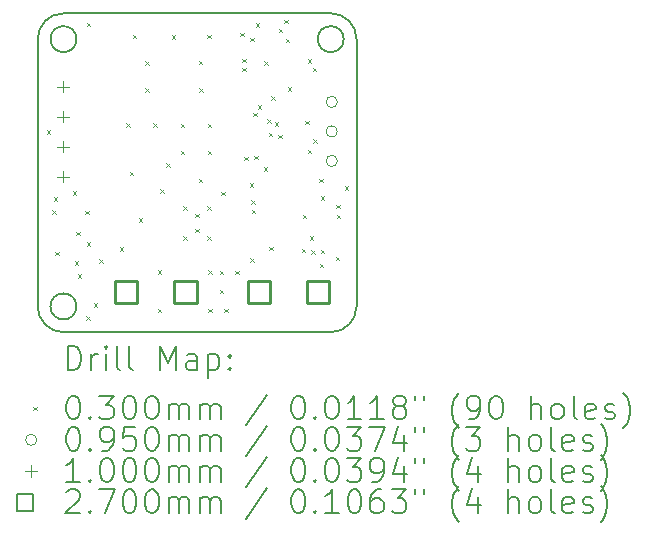
<source format=gbr>
%TF.GenerationSoftware,KiCad,Pcbnew,7.0.7*%
%TF.CreationDate,2024-03-10T21:17:56-05:00*%
%TF.ProjectId,squirrelbrain,73717569-7272-4656-9c62-7261696e2e6b,1*%
%TF.SameCoordinates,Original*%
%TF.FileFunction,Drillmap*%
%TF.FilePolarity,Positive*%
%FSLAX45Y45*%
G04 Gerber Fmt 4.5, Leading zero omitted, Abs format (unit mm)*
G04 Created by KiCad (PCBNEW 7.0.7) date 2024-03-10 21:17:56*
%MOMM*%
%LPD*%
G01*
G04 APERTURE LIST*
%ADD10C,0.150000*%
%ADD11C,0.200000*%
%ADD12C,0.030000*%
%ADD13C,0.095000*%
%ADD14C,0.100000*%
%ADD15C,0.270000*%
G04 APERTURE END LIST*
D10*
X6350000Y-6131371D02*
X6350000Y-3868629D01*
X6241371Y-3868629D02*
G75*
G03*
X6241371Y-3868629I-110000J0D01*
G01*
X3650000Y-6131371D02*
G75*
G03*
X3868629Y-6350000I218630J1D01*
G01*
X3868629Y-3650000D02*
G75*
G03*
X3650000Y-3868629I1J-218630D01*
G01*
X6131371Y-3650000D02*
X3868629Y-3650000D01*
X6131371Y-6350000D02*
G75*
G03*
X6350000Y-6131371I-1J218630D01*
G01*
X3978629Y-3868629D02*
G75*
G03*
X3978629Y-3868629I-110000J0D01*
G01*
X3868629Y-6350000D02*
X6131371Y-6350000D01*
X3650000Y-3868629D02*
X3650000Y-6131371D01*
X6350000Y-3868629D02*
G75*
G03*
X6131371Y-3650000I-218630J-1D01*
G01*
X3978629Y-6131371D02*
G75*
G03*
X3978629Y-6131371I-110000J0D01*
G01*
D11*
D12*
X3727500Y-4640000D02*
X3757500Y-4670000D01*
X3757500Y-4640000D02*
X3727500Y-4670000D01*
X3775000Y-5315000D02*
X3805000Y-5345000D01*
X3805000Y-5315000D02*
X3775000Y-5345000D01*
X3787500Y-5207500D02*
X3817500Y-5237500D01*
X3817500Y-5207500D02*
X3787500Y-5237500D01*
X3800000Y-5670000D02*
X3830000Y-5700000D01*
X3830000Y-5670000D02*
X3800000Y-5700000D01*
X3947500Y-5157500D02*
X3977500Y-5187500D01*
X3977500Y-5157500D02*
X3947500Y-5187500D01*
X3965000Y-5750000D02*
X3995000Y-5780000D01*
X3995000Y-5750000D02*
X3965000Y-5780000D01*
X3975000Y-5500000D02*
X4005000Y-5530000D01*
X4005000Y-5500000D02*
X3975000Y-5530000D01*
X3990000Y-5860000D02*
X4020000Y-5890000D01*
X4020000Y-5860000D02*
X3990000Y-5890000D01*
X4055000Y-5320000D02*
X4085000Y-5350000D01*
X4085000Y-5320000D02*
X4055000Y-5350000D01*
X4062609Y-6212391D02*
X4092609Y-6242391D01*
X4092609Y-6212391D02*
X4062609Y-6242391D01*
X4065000Y-3730000D02*
X4095000Y-3760000D01*
X4095000Y-3730000D02*
X4065000Y-3760000D01*
X4065000Y-5590000D02*
X4095000Y-5620000D01*
X4095000Y-5590000D02*
X4065000Y-5620000D01*
X4124950Y-6102609D02*
X4154950Y-6132609D01*
X4154950Y-6102609D02*
X4124950Y-6132609D01*
X4170000Y-5730000D02*
X4200000Y-5760000D01*
X4200000Y-5730000D02*
X4170000Y-5760000D01*
X4345000Y-5630000D02*
X4375000Y-5660000D01*
X4375000Y-5630000D02*
X4345000Y-5660000D01*
X4400000Y-4580000D02*
X4430000Y-4610000D01*
X4430000Y-4580000D02*
X4400000Y-4610000D01*
X4430000Y-4990000D02*
X4460000Y-5020000D01*
X4460000Y-4990000D02*
X4430000Y-5020000D01*
X4455000Y-3830000D02*
X4485000Y-3860000D01*
X4485000Y-3830000D02*
X4455000Y-3860000D01*
X4505000Y-5385000D02*
X4535000Y-5415000D01*
X4535000Y-5385000D02*
X4505000Y-5415000D01*
X4560000Y-4055000D02*
X4590000Y-4085000D01*
X4590000Y-4055000D02*
X4560000Y-4085000D01*
X4560000Y-4285000D02*
X4590000Y-4315000D01*
X4590000Y-4285000D02*
X4560000Y-4315000D01*
X4630000Y-4580000D02*
X4660000Y-4610000D01*
X4660000Y-4580000D02*
X4630000Y-4610000D01*
X4665000Y-5825000D02*
X4695000Y-5855000D01*
X4695000Y-5825000D02*
X4665000Y-5855000D01*
X4665000Y-6150000D02*
X4695000Y-6180000D01*
X4695000Y-6150000D02*
X4665000Y-6180000D01*
X4690000Y-5140000D02*
X4720000Y-5170000D01*
X4720000Y-5140000D02*
X4690000Y-5170000D01*
X4736925Y-4918075D02*
X4766925Y-4948075D01*
X4766925Y-4918075D02*
X4736925Y-4948075D01*
X4785000Y-3835000D02*
X4815000Y-3865000D01*
X4815000Y-3835000D02*
X4785000Y-3865000D01*
X4860000Y-4585000D02*
X4890000Y-4615000D01*
X4890000Y-4585000D02*
X4860000Y-4615000D01*
X4860000Y-4815000D02*
X4890000Y-4845000D01*
X4890000Y-4815000D02*
X4860000Y-4845000D01*
X4885000Y-5285000D02*
X4915000Y-5315000D01*
X4915000Y-5285000D02*
X4885000Y-5315000D01*
X4885000Y-5535000D02*
X4915000Y-5565000D01*
X4915000Y-5535000D02*
X4885000Y-5565000D01*
X4985000Y-5345000D02*
X5015000Y-5375000D01*
X5015000Y-5345000D02*
X4985000Y-5375000D01*
X4985000Y-5475000D02*
X5015000Y-5505000D01*
X5015000Y-5475000D02*
X4985000Y-5505000D01*
X5015000Y-4050000D02*
X5045000Y-4080000D01*
X5045000Y-4050000D02*
X5015000Y-4080000D01*
X5015000Y-5050000D02*
X5045000Y-5080000D01*
X5045000Y-5050000D02*
X5015000Y-5080000D01*
X5020000Y-4285000D02*
X5050000Y-4315000D01*
X5050000Y-4285000D02*
X5020000Y-4315000D01*
X5085000Y-3830000D02*
X5115000Y-3860000D01*
X5115000Y-3830000D02*
X5085000Y-3860000D01*
X5085000Y-5285000D02*
X5115000Y-5315000D01*
X5115000Y-5285000D02*
X5085000Y-5315000D01*
X5085000Y-5535000D02*
X5115000Y-5565000D01*
X5115000Y-5535000D02*
X5085000Y-5565000D01*
X5090000Y-4585000D02*
X5120000Y-4615000D01*
X5120000Y-4585000D02*
X5090000Y-4615000D01*
X5090000Y-4815000D02*
X5120000Y-4845000D01*
X5120000Y-4815000D02*
X5090000Y-4845000D01*
X5095000Y-5825000D02*
X5125000Y-5855000D01*
X5125000Y-5825000D02*
X5095000Y-5855000D01*
X5095000Y-6150000D02*
X5125000Y-6180000D01*
X5125000Y-6150000D02*
X5095000Y-6180000D01*
X5190000Y-5830000D02*
X5220000Y-5860000D01*
X5220000Y-5830000D02*
X5190000Y-5860000D01*
X5190000Y-5990000D02*
X5220000Y-6020000D01*
X5220000Y-5990000D02*
X5190000Y-6020000D01*
X5205000Y-5160000D02*
X5235000Y-5190000D01*
X5235000Y-5160000D02*
X5205000Y-5190000D01*
X5230000Y-6150000D02*
X5260000Y-6180000D01*
X5260000Y-6150000D02*
X5230000Y-6180000D01*
X5325000Y-5830000D02*
X5355000Y-5860000D01*
X5355000Y-5830000D02*
X5325000Y-5860000D01*
X5365000Y-3815000D02*
X5395000Y-3845000D01*
X5395000Y-3815000D02*
X5365000Y-3845000D01*
X5380000Y-4035000D02*
X5410000Y-4065000D01*
X5410000Y-4035000D02*
X5380000Y-4065000D01*
X5380000Y-4112500D02*
X5410000Y-4142500D01*
X5410000Y-4112500D02*
X5380000Y-4142500D01*
X5397500Y-4865000D02*
X5427500Y-4895000D01*
X5427500Y-4865000D02*
X5397500Y-4895000D01*
X5445000Y-5090000D02*
X5475000Y-5120000D01*
X5475000Y-5090000D02*
X5445000Y-5120000D01*
X5450000Y-3855000D02*
X5480000Y-3885000D01*
X5480000Y-3855000D02*
X5450000Y-3885000D01*
X5450000Y-5725000D02*
X5480000Y-5755000D01*
X5480000Y-5725000D02*
X5450000Y-5755000D01*
X5460000Y-5232500D02*
X5490000Y-5262500D01*
X5490000Y-5232500D02*
X5460000Y-5262500D01*
X5462500Y-5312500D02*
X5492500Y-5342500D01*
X5492500Y-5312500D02*
X5462500Y-5342500D01*
X5477500Y-4492500D02*
X5507500Y-4522500D01*
X5507500Y-4492500D02*
X5477500Y-4522500D01*
X5485000Y-4855000D02*
X5515000Y-4885000D01*
X5515000Y-4855000D02*
X5485000Y-4885000D01*
X5495000Y-3735000D02*
X5525000Y-3765000D01*
X5525000Y-3735000D02*
X5495000Y-3765000D01*
X5512500Y-4430000D02*
X5542500Y-4460000D01*
X5542500Y-4430000D02*
X5512500Y-4460000D01*
X5565000Y-4955000D02*
X5595000Y-4985000D01*
X5595000Y-4955000D02*
X5565000Y-4985000D01*
X5567500Y-4055000D02*
X5597500Y-4085000D01*
X5597500Y-4055000D02*
X5567500Y-4085000D01*
X5592500Y-4547500D02*
X5622500Y-4577500D01*
X5622500Y-4547500D02*
X5592500Y-4577500D01*
X5605000Y-4662500D02*
X5635000Y-4692500D01*
X5635000Y-4662500D02*
X5605000Y-4692500D01*
X5610000Y-5625000D02*
X5640000Y-5655000D01*
X5640000Y-5625000D02*
X5610000Y-5655000D01*
X5627500Y-4352500D02*
X5657500Y-4382500D01*
X5657500Y-4352500D02*
X5627500Y-4382500D01*
X5656250Y-4571250D02*
X5686250Y-4601250D01*
X5686250Y-4571250D02*
X5656250Y-4601250D01*
X5687500Y-4677500D02*
X5717500Y-4707500D01*
X5717500Y-4677500D02*
X5687500Y-4707500D01*
X5690000Y-3780000D02*
X5720000Y-3810000D01*
X5720000Y-3780000D02*
X5690000Y-3810000D01*
X5740000Y-3705000D02*
X5770000Y-3735000D01*
X5770000Y-3705000D02*
X5740000Y-3735000D01*
X5750000Y-3865000D02*
X5780000Y-3895000D01*
X5780000Y-3865000D02*
X5750000Y-3895000D01*
X5767500Y-4277500D02*
X5797500Y-4307500D01*
X5797500Y-4277500D02*
X5767500Y-4307500D01*
X5885000Y-5645000D02*
X5915000Y-5675000D01*
X5915000Y-5645000D02*
X5885000Y-5675000D01*
X5895000Y-5355000D02*
X5925000Y-5385000D01*
X5925000Y-5355000D02*
X5895000Y-5385000D01*
X5917500Y-4557500D02*
X5947500Y-4587500D01*
X5947500Y-4557500D02*
X5917500Y-4587500D01*
X5935000Y-4040000D02*
X5965000Y-4070000D01*
X5965000Y-4040000D02*
X5935000Y-4070000D01*
X5937500Y-4805000D02*
X5967500Y-4835000D01*
X5967500Y-4805000D02*
X5937500Y-4835000D01*
X5955000Y-5535000D02*
X5985000Y-5565000D01*
X5985000Y-5535000D02*
X5955000Y-5565000D01*
X5965000Y-5655000D02*
X5995000Y-5685000D01*
X5995000Y-5655000D02*
X5965000Y-5685000D01*
X5980000Y-4110000D02*
X6010000Y-4140000D01*
X6010000Y-4110000D02*
X5980000Y-4140000D01*
X5985000Y-4715000D02*
X6015000Y-4745000D01*
X6015000Y-4715000D02*
X5985000Y-4745000D01*
X6035000Y-5050000D02*
X6065000Y-5080000D01*
X6065000Y-5050000D02*
X6035000Y-5080000D01*
X6040000Y-5770000D02*
X6070000Y-5800000D01*
X6070000Y-5770000D02*
X6040000Y-5800000D01*
X6045000Y-5200000D02*
X6075000Y-5230000D01*
X6075000Y-5200000D02*
X6045000Y-5230000D01*
X6045000Y-5650000D02*
X6075000Y-5680000D01*
X6075000Y-5650000D02*
X6045000Y-5680000D01*
X6175000Y-5710000D02*
X6205000Y-5740000D01*
X6205000Y-5710000D02*
X6175000Y-5740000D01*
X6180000Y-5270000D02*
X6210000Y-5300000D01*
X6210000Y-5270000D02*
X6180000Y-5300000D01*
X6182500Y-5355000D02*
X6212500Y-5385000D01*
X6212500Y-5355000D02*
X6182500Y-5385000D01*
X6250000Y-5115000D02*
X6280000Y-5145000D01*
X6280000Y-5115000D02*
X6250000Y-5145000D01*
D13*
X6187500Y-4400000D02*
G75*
G03*
X6187500Y-4400000I-47500J0D01*
G01*
X6187500Y-4650000D02*
G75*
G03*
X6187500Y-4650000I-47500J0D01*
G01*
X6187500Y-4900000D02*
G75*
G03*
X6187500Y-4900000I-47500J0D01*
G01*
D14*
X3865000Y-4220000D02*
X3865000Y-4320000D01*
X3815000Y-4270000D02*
X3915000Y-4270000D01*
X3865000Y-4474000D02*
X3865000Y-4574000D01*
X3815000Y-4524000D02*
X3915000Y-4524000D01*
X3865000Y-4728000D02*
X3865000Y-4828000D01*
X3815000Y-4778000D02*
X3915000Y-4778000D01*
X3865000Y-4982000D02*
X3865000Y-5082000D01*
X3815000Y-5032000D02*
X3915000Y-5032000D01*
D15*
X4495460Y-6105460D02*
X4495460Y-5914540D01*
X4304540Y-5914540D01*
X4304540Y-6105460D01*
X4495460Y-6105460D01*
X4995460Y-6105460D02*
X4995460Y-5914540D01*
X4804540Y-5914540D01*
X4804540Y-6105460D01*
X4995460Y-6105460D01*
X5620460Y-6105460D02*
X5620460Y-5914540D01*
X5429540Y-5914540D01*
X5429540Y-6105460D01*
X5620460Y-6105460D01*
X6120460Y-6105460D02*
X6120460Y-5914540D01*
X5929540Y-5914540D01*
X5929540Y-6105460D01*
X6120460Y-6105460D01*
D11*
X3903277Y-6668984D02*
X3903277Y-6468984D01*
X3903277Y-6468984D02*
X3950896Y-6468984D01*
X3950896Y-6468984D02*
X3979467Y-6478508D01*
X3979467Y-6478508D02*
X3998515Y-6497555D01*
X3998515Y-6497555D02*
X4008039Y-6516603D01*
X4008039Y-6516603D02*
X4017562Y-6554698D01*
X4017562Y-6554698D02*
X4017562Y-6583269D01*
X4017562Y-6583269D02*
X4008039Y-6621365D01*
X4008039Y-6621365D02*
X3998515Y-6640412D01*
X3998515Y-6640412D02*
X3979467Y-6659460D01*
X3979467Y-6659460D02*
X3950896Y-6668984D01*
X3950896Y-6668984D02*
X3903277Y-6668984D01*
X4103277Y-6668984D02*
X4103277Y-6535650D01*
X4103277Y-6573746D02*
X4112801Y-6554698D01*
X4112801Y-6554698D02*
X4122324Y-6545174D01*
X4122324Y-6545174D02*
X4141372Y-6535650D01*
X4141372Y-6535650D02*
X4160420Y-6535650D01*
X4227086Y-6668984D02*
X4227086Y-6535650D01*
X4227086Y-6468984D02*
X4217563Y-6478508D01*
X4217563Y-6478508D02*
X4227086Y-6488031D01*
X4227086Y-6488031D02*
X4236610Y-6478508D01*
X4236610Y-6478508D02*
X4227086Y-6468984D01*
X4227086Y-6468984D02*
X4227086Y-6488031D01*
X4350896Y-6668984D02*
X4331848Y-6659460D01*
X4331848Y-6659460D02*
X4322324Y-6640412D01*
X4322324Y-6640412D02*
X4322324Y-6468984D01*
X4455658Y-6668984D02*
X4436610Y-6659460D01*
X4436610Y-6659460D02*
X4427086Y-6640412D01*
X4427086Y-6640412D02*
X4427086Y-6468984D01*
X4684229Y-6668984D02*
X4684229Y-6468984D01*
X4684229Y-6468984D02*
X4750896Y-6611841D01*
X4750896Y-6611841D02*
X4817563Y-6468984D01*
X4817563Y-6468984D02*
X4817563Y-6668984D01*
X4998515Y-6668984D02*
X4998515Y-6564222D01*
X4998515Y-6564222D02*
X4988991Y-6545174D01*
X4988991Y-6545174D02*
X4969944Y-6535650D01*
X4969944Y-6535650D02*
X4931848Y-6535650D01*
X4931848Y-6535650D02*
X4912801Y-6545174D01*
X4998515Y-6659460D02*
X4979467Y-6668984D01*
X4979467Y-6668984D02*
X4931848Y-6668984D01*
X4931848Y-6668984D02*
X4912801Y-6659460D01*
X4912801Y-6659460D02*
X4903277Y-6640412D01*
X4903277Y-6640412D02*
X4903277Y-6621365D01*
X4903277Y-6621365D02*
X4912801Y-6602317D01*
X4912801Y-6602317D02*
X4931848Y-6592793D01*
X4931848Y-6592793D02*
X4979467Y-6592793D01*
X4979467Y-6592793D02*
X4998515Y-6583269D01*
X5093753Y-6535650D02*
X5093753Y-6735650D01*
X5093753Y-6545174D02*
X5112801Y-6535650D01*
X5112801Y-6535650D02*
X5150896Y-6535650D01*
X5150896Y-6535650D02*
X5169944Y-6545174D01*
X5169944Y-6545174D02*
X5179467Y-6554698D01*
X5179467Y-6554698D02*
X5188991Y-6573746D01*
X5188991Y-6573746D02*
X5188991Y-6630888D01*
X5188991Y-6630888D02*
X5179467Y-6649936D01*
X5179467Y-6649936D02*
X5169944Y-6659460D01*
X5169944Y-6659460D02*
X5150896Y-6668984D01*
X5150896Y-6668984D02*
X5112801Y-6668984D01*
X5112801Y-6668984D02*
X5093753Y-6659460D01*
X5274705Y-6649936D02*
X5284229Y-6659460D01*
X5284229Y-6659460D02*
X5274705Y-6668984D01*
X5274705Y-6668984D02*
X5265182Y-6659460D01*
X5265182Y-6659460D02*
X5274705Y-6649936D01*
X5274705Y-6649936D02*
X5274705Y-6668984D01*
X5274705Y-6545174D02*
X5284229Y-6554698D01*
X5284229Y-6554698D02*
X5274705Y-6564222D01*
X5274705Y-6564222D02*
X5265182Y-6554698D01*
X5265182Y-6554698D02*
X5274705Y-6545174D01*
X5274705Y-6545174D02*
X5274705Y-6564222D01*
D12*
X3612500Y-6982500D02*
X3642500Y-7012500D01*
X3642500Y-6982500D02*
X3612500Y-7012500D01*
D11*
X3941372Y-6888984D02*
X3960420Y-6888984D01*
X3960420Y-6888984D02*
X3979467Y-6898508D01*
X3979467Y-6898508D02*
X3988991Y-6908031D01*
X3988991Y-6908031D02*
X3998515Y-6927079D01*
X3998515Y-6927079D02*
X4008039Y-6965174D01*
X4008039Y-6965174D02*
X4008039Y-7012793D01*
X4008039Y-7012793D02*
X3998515Y-7050888D01*
X3998515Y-7050888D02*
X3988991Y-7069936D01*
X3988991Y-7069936D02*
X3979467Y-7079460D01*
X3979467Y-7079460D02*
X3960420Y-7088984D01*
X3960420Y-7088984D02*
X3941372Y-7088984D01*
X3941372Y-7088984D02*
X3922324Y-7079460D01*
X3922324Y-7079460D02*
X3912801Y-7069936D01*
X3912801Y-7069936D02*
X3903277Y-7050888D01*
X3903277Y-7050888D02*
X3893753Y-7012793D01*
X3893753Y-7012793D02*
X3893753Y-6965174D01*
X3893753Y-6965174D02*
X3903277Y-6927079D01*
X3903277Y-6927079D02*
X3912801Y-6908031D01*
X3912801Y-6908031D02*
X3922324Y-6898508D01*
X3922324Y-6898508D02*
X3941372Y-6888984D01*
X4093753Y-7069936D02*
X4103277Y-7079460D01*
X4103277Y-7079460D02*
X4093753Y-7088984D01*
X4093753Y-7088984D02*
X4084229Y-7079460D01*
X4084229Y-7079460D02*
X4093753Y-7069936D01*
X4093753Y-7069936D02*
X4093753Y-7088984D01*
X4169943Y-6888984D02*
X4293753Y-6888984D01*
X4293753Y-6888984D02*
X4227086Y-6965174D01*
X4227086Y-6965174D02*
X4255658Y-6965174D01*
X4255658Y-6965174D02*
X4274705Y-6974698D01*
X4274705Y-6974698D02*
X4284229Y-6984222D01*
X4284229Y-6984222D02*
X4293753Y-7003269D01*
X4293753Y-7003269D02*
X4293753Y-7050888D01*
X4293753Y-7050888D02*
X4284229Y-7069936D01*
X4284229Y-7069936D02*
X4274705Y-7079460D01*
X4274705Y-7079460D02*
X4255658Y-7088984D01*
X4255658Y-7088984D02*
X4198515Y-7088984D01*
X4198515Y-7088984D02*
X4179467Y-7079460D01*
X4179467Y-7079460D02*
X4169943Y-7069936D01*
X4417563Y-6888984D02*
X4436610Y-6888984D01*
X4436610Y-6888984D02*
X4455658Y-6898508D01*
X4455658Y-6898508D02*
X4465182Y-6908031D01*
X4465182Y-6908031D02*
X4474705Y-6927079D01*
X4474705Y-6927079D02*
X4484229Y-6965174D01*
X4484229Y-6965174D02*
X4484229Y-7012793D01*
X4484229Y-7012793D02*
X4474705Y-7050888D01*
X4474705Y-7050888D02*
X4465182Y-7069936D01*
X4465182Y-7069936D02*
X4455658Y-7079460D01*
X4455658Y-7079460D02*
X4436610Y-7088984D01*
X4436610Y-7088984D02*
X4417563Y-7088984D01*
X4417563Y-7088984D02*
X4398515Y-7079460D01*
X4398515Y-7079460D02*
X4388991Y-7069936D01*
X4388991Y-7069936D02*
X4379467Y-7050888D01*
X4379467Y-7050888D02*
X4369944Y-7012793D01*
X4369944Y-7012793D02*
X4369944Y-6965174D01*
X4369944Y-6965174D02*
X4379467Y-6927079D01*
X4379467Y-6927079D02*
X4388991Y-6908031D01*
X4388991Y-6908031D02*
X4398515Y-6898508D01*
X4398515Y-6898508D02*
X4417563Y-6888984D01*
X4608039Y-6888984D02*
X4627086Y-6888984D01*
X4627086Y-6888984D02*
X4646134Y-6898508D01*
X4646134Y-6898508D02*
X4655658Y-6908031D01*
X4655658Y-6908031D02*
X4665182Y-6927079D01*
X4665182Y-6927079D02*
X4674705Y-6965174D01*
X4674705Y-6965174D02*
X4674705Y-7012793D01*
X4674705Y-7012793D02*
X4665182Y-7050888D01*
X4665182Y-7050888D02*
X4655658Y-7069936D01*
X4655658Y-7069936D02*
X4646134Y-7079460D01*
X4646134Y-7079460D02*
X4627086Y-7088984D01*
X4627086Y-7088984D02*
X4608039Y-7088984D01*
X4608039Y-7088984D02*
X4588991Y-7079460D01*
X4588991Y-7079460D02*
X4579467Y-7069936D01*
X4579467Y-7069936D02*
X4569944Y-7050888D01*
X4569944Y-7050888D02*
X4560420Y-7012793D01*
X4560420Y-7012793D02*
X4560420Y-6965174D01*
X4560420Y-6965174D02*
X4569944Y-6927079D01*
X4569944Y-6927079D02*
X4579467Y-6908031D01*
X4579467Y-6908031D02*
X4588991Y-6898508D01*
X4588991Y-6898508D02*
X4608039Y-6888984D01*
X4760420Y-7088984D02*
X4760420Y-6955650D01*
X4760420Y-6974698D02*
X4769944Y-6965174D01*
X4769944Y-6965174D02*
X4788991Y-6955650D01*
X4788991Y-6955650D02*
X4817563Y-6955650D01*
X4817563Y-6955650D02*
X4836610Y-6965174D01*
X4836610Y-6965174D02*
X4846134Y-6984222D01*
X4846134Y-6984222D02*
X4846134Y-7088984D01*
X4846134Y-6984222D02*
X4855658Y-6965174D01*
X4855658Y-6965174D02*
X4874705Y-6955650D01*
X4874705Y-6955650D02*
X4903277Y-6955650D01*
X4903277Y-6955650D02*
X4922325Y-6965174D01*
X4922325Y-6965174D02*
X4931848Y-6984222D01*
X4931848Y-6984222D02*
X4931848Y-7088984D01*
X5027086Y-7088984D02*
X5027086Y-6955650D01*
X5027086Y-6974698D02*
X5036610Y-6965174D01*
X5036610Y-6965174D02*
X5055658Y-6955650D01*
X5055658Y-6955650D02*
X5084229Y-6955650D01*
X5084229Y-6955650D02*
X5103277Y-6965174D01*
X5103277Y-6965174D02*
X5112801Y-6984222D01*
X5112801Y-6984222D02*
X5112801Y-7088984D01*
X5112801Y-6984222D02*
X5122325Y-6965174D01*
X5122325Y-6965174D02*
X5141372Y-6955650D01*
X5141372Y-6955650D02*
X5169944Y-6955650D01*
X5169944Y-6955650D02*
X5188991Y-6965174D01*
X5188991Y-6965174D02*
X5198515Y-6984222D01*
X5198515Y-6984222D02*
X5198515Y-7088984D01*
X5588991Y-6879460D02*
X5417563Y-7136603D01*
X5846134Y-6888984D02*
X5865182Y-6888984D01*
X5865182Y-6888984D02*
X5884229Y-6898508D01*
X5884229Y-6898508D02*
X5893753Y-6908031D01*
X5893753Y-6908031D02*
X5903277Y-6927079D01*
X5903277Y-6927079D02*
X5912801Y-6965174D01*
X5912801Y-6965174D02*
X5912801Y-7012793D01*
X5912801Y-7012793D02*
X5903277Y-7050888D01*
X5903277Y-7050888D02*
X5893753Y-7069936D01*
X5893753Y-7069936D02*
X5884229Y-7079460D01*
X5884229Y-7079460D02*
X5865182Y-7088984D01*
X5865182Y-7088984D02*
X5846134Y-7088984D01*
X5846134Y-7088984D02*
X5827086Y-7079460D01*
X5827086Y-7079460D02*
X5817563Y-7069936D01*
X5817563Y-7069936D02*
X5808039Y-7050888D01*
X5808039Y-7050888D02*
X5798515Y-7012793D01*
X5798515Y-7012793D02*
X5798515Y-6965174D01*
X5798515Y-6965174D02*
X5808039Y-6927079D01*
X5808039Y-6927079D02*
X5817563Y-6908031D01*
X5817563Y-6908031D02*
X5827086Y-6898508D01*
X5827086Y-6898508D02*
X5846134Y-6888984D01*
X5998515Y-7069936D02*
X6008039Y-7079460D01*
X6008039Y-7079460D02*
X5998515Y-7088984D01*
X5998515Y-7088984D02*
X5988991Y-7079460D01*
X5988991Y-7079460D02*
X5998515Y-7069936D01*
X5998515Y-7069936D02*
X5998515Y-7088984D01*
X6131848Y-6888984D02*
X6150896Y-6888984D01*
X6150896Y-6888984D02*
X6169944Y-6898508D01*
X6169944Y-6898508D02*
X6179467Y-6908031D01*
X6179467Y-6908031D02*
X6188991Y-6927079D01*
X6188991Y-6927079D02*
X6198515Y-6965174D01*
X6198515Y-6965174D02*
X6198515Y-7012793D01*
X6198515Y-7012793D02*
X6188991Y-7050888D01*
X6188991Y-7050888D02*
X6179467Y-7069936D01*
X6179467Y-7069936D02*
X6169944Y-7079460D01*
X6169944Y-7079460D02*
X6150896Y-7088984D01*
X6150896Y-7088984D02*
X6131848Y-7088984D01*
X6131848Y-7088984D02*
X6112801Y-7079460D01*
X6112801Y-7079460D02*
X6103277Y-7069936D01*
X6103277Y-7069936D02*
X6093753Y-7050888D01*
X6093753Y-7050888D02*
X6084229Y-7012793D01*
X6084229Y-7012793D02*
X6084229Y-6965174D01*
X6084229Y-6965174D02*
X6093753Y-6927079D01*
X6093753Y-6927079D02*
X6103277Y-6908031D01*
X6103277Y-6908031D02*
X6112801Y-6898508D01*
X6112801Y-6898508D02*
X6131848Y-6888984D01*
X6388991Y-7088984D02*
X6274706Y-7088984D01*
X6331848Y-7088984D02*
X6331848Y-6888984D01*
X6331848Y-6888984D02*
X6312801Y-6917555D01*
X6312801Y-6917555D02*
X6293753Y-6936603D01*
X6293753Y-6936603D02*
X6274706Y-6946127D01*
X6579467Y-7088984D02*
X6465182Y-7088984D01*
X6522325Y-7088984D02*
X6522325Y-6888984D01*
X6522325Y-6888984D02*
X6503277Y-6917555D01*
X6503277Y-6917555D02*
X6484229Y-6936603D01*
X6484229Y-6936603D02*
X6465182Y-6946127D01*
X6693753Y-6974698D02*
X6674706Y-6965174D01*
X6674706Y-6965174D02*
X6665182Y-6955650D01*
X6665182Y-6955650D02*
X6655658Y-6936603D01*
X6655658Y-6936603D02*
X6655658Y-6927079D01*
X6655658Y-6927079D02*
X6665182Y-6908031D01*
X6665182Y-6908031D02*
X6674706Y-6898508D01*
X6674706Y-6898508D02*
X6693753Y-6888984D01*
X6693753Y-6888984D02*
X6731848Y-6888984D01*
X6731848Y-6888984D02*
X6750896Y-6898508D01*
X6750896Y-6898508D02*
X6760420Y-6908031D01*
X6760420Y-6908031D02*
X6769944Y-6927079D01*
X6769944Y-6927079D02*
X6769944Y-6936603D01*
X6769944Y-6936603D02*
X6760420Y-6955650D01*
X6760420Y-6955650D02*
X6750896Y-6965174D01*
X6750896Y-6965174D02*
X6731848Y-6974698D01*
X6731848Y-6974698D02*
X6693753Y-6974698D01*
X6693753Y-6974698D02*
X6674706Y-6984222D01*
X6674706Y-6984222D02*
X6665182Y-6993746D01*
X6665182Y-6993746D02*
X6655658Y-7012793D01*
X6655658Y-7012793D02*
X6655658Y-7050888D01*
X6655658Y-7050888D02*
X6665182Y-7069936D01*
X6665182Y-7069936D02*
X6674706Y-7079460D01*
X6674706Y-7079460D02*
X6693753Y-7088984D01*
X6693753Y-7088984D02*
X6731848Y-7088984D01*
X6731848Y-7088984D02*
X6750896Y-7079460D01*
X6750896Y-7079460D02*
X6760420Y-7069936D01*
X6760420Y-7069936D02*
X6769944Y-7050888D01*
X6769944Y-7050888D02*
X6769944Y-7012793D01*
X6769944Y-7012793D02*
X6760420Y-6993746D01*
X6760420Y-6993746D02*
X6750896Y-6984222D01*
X6750896Y-6984222D02*
X6731848Y-6974698D01*
X6846134Y-6888984D02*
X6846134Y-6927079D01*
X6922325Y-6888984D02*
X6922325Y-6927079D01*
X7217563Y-7165174D02*
X7208039Y-7155650D01*
X7208039Y-7155650D02*
X7188991Y-7127079D01*
X7188991Y-7127079D02*
X7179468Y-7108031D01*
X7179468Y-7108031D02*
X7169944Y-7079460D01*
X7169944Y-7079460D02*
X7160420Y-7031841D01*
X7160420Y-7031841D02*
X7160420Y-6993746D01*
X7160420Y-6993746D02*
X7169944Y-6946127D01*
X7169944Y-6946127D02*
X7179468Y-6917555D01*
X7179468Y-6917555D02*
X7188991Y-6898508D01*
X7188991Y-6898508D02*
X7208039Y-6869936D01*
X7208039Y-6869936D02*
X7217563Y-6860412D01*
X7303277Y-7088984D02*
X7341372Y-7088984D01*
X7341372Y-7088984D02*
X7360420Y-7079460D01*
X7360420Y-7079460D02*
X7369944Y-7069936D01*
X7369944Y-7069936D02*
X7388991Y-7041365D01*
X7388991Y-7041365D02*
X7398515Y-7003269D01*
X7398515Y-7003269D02*
X7398515Y-6927079D01*
X7398515Y-6927079D02*
X7388991Y-6908031D01*
X7388991Y-6908031D02*
X7379468Y-6898508D01*
X7379468Y-6898508D02*
X7360420Y-6888984D01*
X7360420Y-6888984D02*
X7322325Y-6888984D01*
X7322325Y-6888984D02*
X7303277Y-6898508D01*
X7303277Y-6898508D02*
X7293753Y-6908031D01*
X7293753Y-6908031D02*
X7284229Y-6927079D01*
X7284229Y-6927079D02*
X7284229Y-6974698D01*
X7284229Y-6974698D02*
X7293753Y-6993746D01*
X7293753Y-6993746D02*
X7303277Y-7003269D01*
X7303277Y-7003269D02*
X7322325Y-7012793D01*
X7322325Y-7012793D02*
X7360420Y-7012793D01*
X7360420Y-7012793D02*
X7379468Y-7003269D01*
X7379468Y-7003269D02*
X7388991Y-6993746D01*
X7388991Y-6993746D02*
X7398515Y-6974698D01*
X7522325Y-6888984D02*
X7541372Y-6888984D01*
X7541372Y-6888984D02*
X7560420Y-6898508D01*
X7560420Y-6898508D02*
X7569944Y-6908031D01*
X7569944Y-6908031D02*
X7579468Y-6927079D01*
X7579468Y-6927079D02*
X7588991Y-6965174D01*
X7588991Y-6965174D02*
X7588991Y-7012793D01*
X7588991Y-7012793D02*
X7579468Y-7050888D01*
X7579468Y-7050888D02*
X7569944Y-7069936D01*
X7569944Y-7069936D02*
X7560420Y-7079460D01*
X7560420Y-7079460D02*
X7541372Y-7088984D01*
X7541372Y-7088984D02*
X7522325Y-7088984D01*
X7522325Y-7088984D02*
X7503277Y-7079460D01*
X7503277Y-7079460D02*
X7493753Y-7069936D01*
X7493753Y-7069936D02*
X7484229Y-7050888D01*
X7484229Y-7050888D02*
X7474706Y-7012793D01*
X7474706Y-7012793D02*
X7474706Y-6965174D01*
X7474706Y-6965174D02*
X7484229Y-6927079D01*
X7484229Y-6927079D02*
X7493753Y-6908031D01*
X7493753Y-6908031D02*
X7503277Y-6898508D01*
X7503277Y-6898508D02*
X7522325Y-6888984D01*
X7827087Y-7088984D02*
X7827087Y-6888984D01*
X7912801Y-7088984D02*
X7912801Y-6984222D01*
X7912801Y-6984222D02*
X7903277Y-6965174D01*
X7903277Y-6965174D02*
X7884230Y-6955650D01*
X7884230Y-6955650D02*
X7855658Y-6955650D01*
X7855658Y-6955650D02*
X7836610Y-6965174D01*
X7836610Y-6965174D02*
X7827087Y-6974698D01*
X8036610Y-7088984D02*
X8017563Y-7079460D01*
X8017563Y-7079460D02*
X8008039Y-7069936D01*
X8008039Y-7069936D02*
X7998515Y-7050888D01*
X7998515Y-7050888D02*
X7998515Y-6993746D01*
X7998515Y-6993746D02*
X8008039Y-6974698D01*
X8008039Y-6974698D02*
X8017563Y-6965174D01*
X8017563Y-6965174D02*
X8036610Y-6955650D01*
X8036610Y-6955650D02*
X8065182Y-6955650D01*
X8065182Y-6955650D02*
X8084230Y-6965174D01*
X8084230Y-6965174D02*
X8093753Y-6974698D01*
X8093753Y-6974698D02*
X8103277Y-6993746D01*
X8103277Y-6993746D02*
X8103277Y-7050888D01*
X8103277Y-7050888D02*
X8093753Y-7069936D01*
X8093753Y-7069936D02*
X8084230Y-7079460D01*
X8084230Y-7079460D02*
X8065182Y-7088984D01*
X8065182Y-7088984D02*
X8036610Y-7088984D01*
X8217563Y-7088984D02*
X8198515Y-7079460D01*
X8198515Y-7079460D02*
X8188991Y-7060412D01*
X8188991Y-7060412D02*
X8188991Y-6888984D01*
X8369944Y-7079460D02*
X8350896Y-7088984D01*
X8350896Y-7088984D02*
X8312801Y-7088984D01*
X8312801Y-7088984D02*
X8293753Y-7079460D01*
X8293753Y-7079460D02*
X8284230Y-7060412D01*
X8284230Y-7060412D02*
X8284230Y-6984222D01*
X8284230Y-6984222D02*
X8293753Y-6965174D01*
X8293753Y-6965174D02*
X8312801Y-6955650D01*
X8312801Y-6955650D02*
X8350896Y-6955650D01*
X8350896Y-6955650D02*
X8369944Y-6965174D01*
X8369944Y-6965174D02*
X8379468Y-6984222D01*
X8379468Y-6984222D02*
X8379468Y-7003269D01*
X8379468Y-7003269D02*
X8284230Y-7022317D01*
X8455658Y-7079460D02*
X8474706Y-7088984D01*
X8474706Y-7088984D02*
X8512801Y-7088984D01*
X8512801Y-7088984D02*
X8531849Y-7079460D01*
X8531849Y-7079460D02*
X8541373Y-7060412D01*
X8541373Y-7060412D02*
X8541373Y-7050888D01*
X8541373Y-7050888D02*
X8531849Y-7031841D01*
X8531849Y-7031841D02*
X8512801Y-7022317D01*
X8512801Y-7022317D02*
X8484230Y-7022317D01*
X8484230Y-7022317D02*
X8465182Y-7012793D01*
X8465182Y-7012793D02*
X8455658Y-6993746D01*
X8455658Y-6993746D02*
X8455658Y-6984222D01*
X8455658Y-6984222D02*
X8465182Y-6965174D01*
X8465182Y-6965174D02*
X8484230Y-6955650D01*
X8484230Y-6955650D02*
X8512801Y-6955650D01*
X8512801Y-6955650D02*
X8531849Y-6965174D01*
X8608039Y-7165174D02*
X8617563Y-7155650D01*
X8617563Y-7155650D02*
X8636611Y-7127079D01*
X8636611Y-7127079D02*
X8646134Y-7108031D01*
X8646134Y-7108031D02*
X8655658Y-7079460D01*
X8655658Y-7079460D02*
X8665182Y-7031841D01*
X8665182Y-7031841D02*
X8665182Y-6993746D01*
X8665182Y-6993746D02*
X8655658Y-6946127D01*
X8655658Y-6946127D02*
X8646134Y-6917555D01*
X8646134Y-6917555D02*
X8636611Y-6898508D01*
X8636611Y-6898508D02*
X8617563Y-6869936D01*
X8617563Y-6869936D02*
X8608039Y-6860412D01*
D13*
X3642500Y-7261500D02*
G75*
G03*
X3642500Y-7261500I-47500J0D01*
G01*
D11*
X3941372Y-7152984D02*
X3960420Y-7152984D01*
X3960420Y-7152984D02*
X3979467Y-7162508D01*
X3979467Y-7162508D02*
X3988991Y-7172031D01*
X3988991Y-7172031D02*
X3998515Y-7191079D01*
X3998515Y-7191079D02*
X4008039Y-7229174D01*
X4008039Y-7229174D02*
X4008039Y-7276793D01*
X4008039Y-7276793D02*
X3998515Y-7314888D01*
X3998515Y-7314888D02*
X3988991Y-7333936D01*
X3988991Y-7333936D02*
X3979467Y-7343460D01*
X3979467Y-7343460D02*
X3960420Y-7352984D01*
X3960420Y-7352984D02*
X3941372Y-7352984D01*
X3941372Y-7352984D02*
X3922324Y-7343460D01*
X3922324Y-7343460D02*
X3912801Y-7333936D01*
X3912801Y-7333936D02*
X3903277Y-7314888D01*
X3903277Y-7314888D02*
X3893753Y-7276793D01*
X3893753Y-7276793D02*
X3893753Y-7229174D01*
X3893753Y-7229174D02*
X3903277Y-7191079D01*
X3903277Y-7191079D02*
X3912801Y-7172031D01*
X3912801Y-7172031D02*
X3922324Y-7162508D01*
X3922324Y-7162508D02*
X3941372Y-7152984D01*
X4093753Y-7333936D02*
X4103277Y-7343460D01*
X4103277Y-7343460D02*
X4093753Y-7352984D01*
X4093753Y-7352984D02*
X4084229Y-7343460D01*
X4084229Y-7343460D02*
X4093753Y-7333936D01*
X4093753Y-7333936D02*
X4093753Y-7352984D01*
X4198515Y-7352984D02*
X4236610Y-7352984D01*
X4236610Y-7352984D02*
X4255658Y-7343460D01*
X4255658Y-7343460D02*
X4265182Y-7333936D01*
X4265182Y-7333936D02*
X4284229Y-7305365D01*
X4284229Y-7305365D02*
X4293753Y-7267269D01*
X4293753Y-7267269D02*
X4293753Y-7191079D01*
X4293753Y-7191079D02*
X4284229Y-7172031D01*
X4284229Y-7172031D02*
X4274705Y-7162508D01*
X4274705Y-7162508D02*
X4255658Y-7152984D01*
X4255658Y-7152984D02*
X4217563Y-7152984D01*
X4217563Y-7152984D02*
X4198515Y-7162508D01*
X4198515Y-7162508D02*
X4188991Y-7172031D01*
X4188991Y-7172031D02*
X4179467Y-7191079D01*
X4179467Y-7191079D02*
X4179467Y-7238698D01*
X4179467Y-7238698D02*
X4188991Y-7257746D01*
X4188991Y-7257746D02*
X4198515Y-7267269D01*
X4198515Y-7267269D02*
X4217563Y-7276793D01*
X4217563Y-7276793D02*
X4255658Y-7276793D01*
X4255658Y-7276793D02*
X4274705Y-7267269D01*
X4274705Y-7267269D02*
X4284229Y-7257746D01*
X4284229Y-7257746D02*
X4293753Y-7238698D01*
X4474705Y-7152984D02*
X4379467Y-7152984D01*
X4379467Y-7152984D02*
X4369944Y-7248222D01*
X4369944Y-7248222D02*
X4379467Y-7238698D01*
X4379467Y-7238698D02*
X4398515Y-7229174D01*
X4398515Y-7229174D02*
X4446134Y-7229174D01*
X4446134Y-7229174D02*
X4465182Y-7238698D01*
X4465182Y-7238698D02*
X4474705Y-7248222D01*
X4474705Y-7248222D02*
X4484229Y-7267269D01*
X4484229Y-7267269D02*
X4484229Y-7314888D01*
X4484229Y-7314888D02*
X4474705Y-7333936D01*
X4474705Y-7333936D02*
X4465182Y-7343460D01*
X4465182Y-7343460D02*
X4446134Y-7352984D01*
X4446134Y-7352984D02*
X4398515Y-7352984D01*
X4398515Y-7352984D02*
X4379467Y-7343460D01*
X4379467Y-7343460D02*
X4369944Y-7333936D01*
X4608039Y-7152984D02*
X4627086Y-7152984D01*
X4627086Y-7152984D02*
X4646134Y-7162508D01*
X4646134Y-7162508D02*
X4655658Y-7172031D01*
X4655658Y-7172031D02*
X4665182Y-7191079D01*
X4665182Y-7191079D02*
X4674705Y-7229174D01*
X4674705Y-7229174D02*
X4674705Y-7276793D01*
X4674705Y-7276793D02*
X4665182Y-7314888D01*
X4665182Y-7314888D02*
X4655658Y-7333936D01*
X4655658Y-7333936D02*
X4646134Y-7343460D01*
X4646134Y-7343460D02*
X4627086Y-7352984D01*
X4627086Y-7352984D02*
X4608039Y-7352984D01*
X4608039Y-7352984D02*
X4588991Y-7343460D01*
X4588991Y-7343460D02*
X4579467Y-7333936D01*
X4579467Y-7333936D02*
X4569944Y-7314888D01*
X4569944Y-7314888D02*
X4560420Y-7276793D01*
X4560420Y-7276793D02*
X4560420Y-7229174D01*
X4560420Y-7229174D02*
X4569944Y-7191079D01*
X4569944Y-7191079D02*
X4579467Y-7172031D01*
X4579467Y-7172031D02*
X4588991Y-7162508D01*
X4588991Y-7162508D02*
X4608039Y-7152984D01*
X4760420Y-7352984D02*
X4760420Y-7219650D01*
X4760420Y-7238698D02*
X4769944Y-7229174D01*
X4769944Y-7229174D02*
X4788991Y-7219650D01*
X4788991Y-7219650D02*
X4817563Y-7219650D01*
X4817563Y-7219650D02*
X4836610Y-7229174D01*
X4836610Y-7229174D02*
X4846134Y-7248222D01*
X4846134Y-7248222D02*
X4846134Y-7352984D01*
X4846134Y-7248222D02*
X4855658Y-7229174D01*
X4855658Y-7229174D02*
X4874705Y-7219650D01*
X4874705Y-7219650D02*
X4903277Y-7219650D01*
X4903277Y-7219650D02*
X4922325Y-7229174D01*
X4922325Y-7229174D02*
X4931848Y-7248222D01*
X4931848Y-7248222D02*
X4931848Y-7352984D01*
X5027086Y-7352984D02*
X5027086Y-7219650D01*
X5027086Y-7238698D02*
X5036610Y-7229174D01*
X5036610Y-7229174D02*
X5055658Y-7219650D01*
X5055658Y-7219650D02*
X5084229Y-7219650D01*
X5084229Y-7219650D02*
X5103277Y-7229174D01*
X5103277Y-7229174D02*
X5112801Y-7248222D01*
X5112801Y-7248222D02*
X5112801Y-7352984D01*
X5112801Y-7248222D02*
X5122325Y-7229174D01*
X5122325Y-7229174D02*
X5141372Y-7219650D01*
X5141372Y-7219650D02*
X5169944Y-7219650D01*
X5169944Y-7219650D02*
X5188991Y-7229174D01*
X5188991Y-7229174D02*
X5198515Y-7248222D01*
X5198515Y-7248222D02*
X5198515Y-7352984D01*
X5588991Y-7143460D02*
X5417563Y-7400603D01*
X5846134Y-7152984D02*
X5865182Y-7152984D01*
X5865182Y-7152984D02*
X5884229Y-7162508D01*
X5884229Y-7162508D02*
X5893753Y-7172031D01*
X5893753Y-7172031D02*
X5903277Y-7191079D01*
X5903277Y-7191079D02*
X5912801Y-7229174D01*
X5912801Y-7229174D02*
X5912801Y-7276793D01*
X5912801Y-7276793D02*
X5903277Y-7314888D01*
X5903277Y-7314888D02*
X5893753Y-7333936D01*
X5893753Y-7333936D02*
X5884229Y-7343460D01*
X5884229Y-7343460D02*
X5865182Y-7352984D01*
X5865182Y-7352984D02*
X5846134Y-7352984D01*
X5846134Y-7352984D02*
X5827086Y-7343460D01*
X5827086Y-7343460D02*
X5817563Y-7333936D01*
X5817563Y-7333936D02*
X5808039Y-7314888D01*
X5808039Y-7314888D02*
X5798515Y-7276793D01*
X5798515Y-7276793D02*
X5798515Y-7229174D01*
X5798515Y-7229174D02*
X5808039Y-7191079D01*
X5808039Y-7191079D02*
X5817563Y-7172031D01*
X5817563Y-7172031D02*
X5827086Y-7162508D01*
X5827086Y-7162508D02*
X5846134Y-7152984D01*
X5998515Y-7333936D02*
X6008039Y-7343460D01*
X6008039Y-7343460D02*
X5998515Y-7352984D01*
X5998515Y-7352984D02*
X5988991Y-7343460D01*
X5988991Y-7343460D02*
X5998515Y-7333936D01*
X5998515Y-7333936D02*
X5998515Y-7352984D01*
X6131848Y-7152984D02*
X6150896Y-7152984D01*
X6150896Y-7152984D02*
X6169944Y-7162508D01*
X6169944Y-7162508D02*
X6179467Y-7172031D01*
X6179467Y-7172031D02*
X6188991Y-7191079D01*
X6188991Y-7191079D02*
X6198515Y-7229174D01*
X6198515Y-7229174D02*
X6198515Y-7276793D01*
X6198515Y-7276793D02*
X6188991Y-7314888D01*
X6188991Y-7314888D02*
X6179467Y-7333936D01*
X6179467Y-7333936D02*
X6169944Y-7343460D01*
X6169944Y-7343460D02*
X6150896Y-7352984D01*
X6150896Y-7352984D02*
X6131848Y-7352984D01*
X6131848Y-7352984D02*
X6112801Y-7343460D01*
X6112801Y-7343460D02*
X6103277Y-7333936D01*
X6103277Y-7333936D02*
X6093753Y-7314888D01*
X6093753Y-7314888D02*
X6084229Y-7276793D01*
X6084229Y-7276793D02*
X6084229Y-7229174D01*
X6084229Y-7229174D02*
X6093753Y-7191079D01*
X6093753Y-7191079D02*
X6103277Y-7172031D01*
X6103277Y-7172031D02*
X6112801Y-7162508D01*
X6112801Y-7162508D02*
X6131848Y-7152984D01*
X6265182Y-7152984D02*
X6388991Y-7152984D01*
X6388991Y-7152984D02*
X6322325Y-7229174D01*
X6322325Y-7229174D02*
X6350896Y-7229174D01*
X6350896Y-7229174D02*
X6369944Y-7238698D01*
X6369944Y-7238698D02*
X6379467Y-7248222D01*
X6379467Y-7248222D02*
X6388991Y-7267269D01*
X6388991Y-7267269D02*
X6388991Y-7314888D01*
X6388991Y-7314888D02*
X6379467Y-7333936D01*
X6379467Y-7333936D02*
X6369944Y-7343460D01*
X6369944Y-7343460D02*
X6350896Y-7352984D01*
X6350896Y-7352984D02*
X6293753Y-7352984D01*
X6293753Y-7352984D02*
X6274706Y-7343460D01*
X6274706Y-7343460D02*
X6265182Y-7333936D01*
X6455658Y-7152984D02*
X6588991Y-7152984D01*
X6588991Y-7152984D02*
X6503277Y-7352984D01*
X6750896Y-7219650D02*
X6750896Y-7352984D01*
X6703277Y-7143460D02*
X6655658Y-7286317D01*
X6655658Y-7286317D02*
X6779467Y-7286317D01*
X6846134Y-7152984D02*
X6846134Y-7191079D01*
X6922325Y-7152984D02*
X6922325Y-7191079D01*
X7217563Y-7429174D02*
X7208039Y-7419650D01*
X7208039Y-7419650D02*
X7188991Y-7391079D01*
X7188991Y-7391079D02*
X7179468Y-7372031D01*
X7179468Y-7372031D02*
X7169944Y-7343460D01*
X7169944Y-7343460D02*
X7160420Y-7295841D01*
X7160420Y-7295841D02*
X7160420Y-7257746D01*
X7160420Y-7257746D02*
X7169944Y-7210127D01*
X7169944Y-7210127D02*
X7179468Y-7181555D01*
X7179468Y-7181555D02*
X7188991Y-7162508D01*
X7188991Y-7162508D02*
X7208039Y-7133936D01*
X7208039Y-7133936D02*
X7217563Y-7124412D01*
X7274706Y-7152984D02*
X7398515Y-7152984D01*
X7398515Y-7152984D02*
X7331848Y-7229174D01*
X7331848Y-7229174D02*
X7360420Y-7229174D01*
X7360420Y-7229174D02*
X7379468Y-7238698D01*
X7379468Y-7238698D02*
X7388991Y-7248222D01*
X7388991Y-7248222D02*
X7398515Y-7267269D01*
X7398515Y-7267269D02*
X7398515Y-7314888D01*
X7398515Y-7314888D02*
X7388991Y-7333936D01*
X7388991Y-7333936D02*
X7379468Y-7343460D01*
X7379468Y-7343460D02*
X7360420Y-7352984D01*
X7360420Y-7352984D02*
X7303277Y-7352984D01*
X7303277Y-7352984D02*
X7284229Y-7343460D01*
X7284229Y-7343460D02*
X7274706Y-7333936D01*
X7636610Y-7352984D02*
X7636610Y-7152984D01*
X7722325Y-7352984D02*
X7722325Y-7248222D01*
X7722325Y-7248222D02*
X7712801Y-7229174D01*
X7712801Y-7229174D02*
X7693753Y-7219650D01*
X7693753Y-7219650D02*
X7665182Y-7219650D01*
X7665182Y-7219650D02*
X7646134Y-7229174D01*
X7646134Y-7229174D02*
X7636610Y-7238698D01*
X7846134Y-7352984D02*
X7827087Y-7343460D01*
X7827087Y-7343460D02*
X7817563Y-7333936D01*
X7817563Y-7333936D02*
X7808039Y-7314888D01*
X7808039Y-7314888D02*
X7808039Y-7257746D01*
X7808039Y-7257746D02*
X7817563Y-7238698D01*
X7817563Y-7238698D02*
X7827087Y-7229174D01*
X7827087Y-7229174D02*
X7846134Y-7219650D01*
X7846134Y-7219650D02*
X7874706Y-7219650D01*
X7874706Y-7219650D02*
X7893753Y-7229174D01*
X7893753Y-7229174D02*
X7903277Y-7238698D01*
X7903277Y-7238698D02*
X7912801Y-7257746D01*
X7912801Y-7257746D02*
X7912801Y-7314888D01*
X7912801Y-7314888D02*
X7903277Y-7333936D01*
X7903277Y-7333936D02*
X7893753Y-7343460D01*
X7893753Y-7343460D02*
X7874706Y-7352984D01*
X7874706Y-7352984D02*
X7846134Y-7352984D01*
X8027087Y-7352984D02*
X8008039Y-7343460D01*
X8008039Y-7343460D02*
X7998515Y-7324412D01*
X7998515Y-7324412D02*
X7998515Y-7152984D01*
X8179468Y-7343460D02*
X8160420Y-7352984D01*
X8160420Y-7352984D02*
X8122325Y-7352984D01*
X8122325Y-7352984D02*
X8103277Y-7343460D01*
X8103277Y-7343460D02*
X8093753Y-7324412D01*
X8093753Y-7324412D02*
X8093753Y-7248222D01*
X8093753Y-7248222D02*
X8103277Y-7229174D01*
X8103277Y-7229174D02*
X8122325Y-7219650D01*
X8122325Y-7219650D02*
X8160420Y-7219650D01*
X8160420Y-7219650D02*
X8179468Y-7229174D01*
X8179468Y-7229174D02*
X8188991Y-7248222D01*
X8188991Y-7248222D02*
X8188991Y-7267269D01*
X8188991Y-7267269D02*
X8093753Y-7286317D01*
X8265182Y-7343460D02*
X8284230Y-7352984D01*
X8284230Y-7352984D02*
X8322325Y-7352984D01*
X8322325Y-7352984D02*
X8341372Y-7343460D01*
X8341372Y-7343460D02*
X8350896Y-7324412D01*
X8350896Y-7324412D02*
X8350896Y-7314888D01*
X8350896Y-7314888D02*
X8341372Y-7295841D01*
X8341372Y-7295841D02*
X8322325Y-7286317D01*
X8322325Y-7286317D02*
X8293753Y-7286317D01*
X8293753Y-7286317D02*
X8274706Y-7276793D01*
X8274706Y-7276793D02*
X8265182Y-7257746D01*
X8265182Y-7257746D02*
X8265182Y-7248222D01*
X8265182Y-7248222D02*
X8274706Y-7229174D01*
X8274706Y-7229174D02*
X8293753Y-7219650D01*
X8293753Y-7219650D02*
X8322325Y-7219650D01*
X8322325Y-7219650D02*
X8341372Y-7229174D01*
X8417563Y-7429174D02*
X8427087Y-7419650D01*
X8427087Y-7419650D02*
X8446134Y-7391079D01*
X8446134Y-7391079D02*
X8455658Y-7372031D01*
X8455658Y-7372031D02*
X8465182Y-7343460D01*
X8465182Y-7343460D02*
X8474706Y-7295841D01*
X8474706Y-7295841D02*
X8474706Y-7257746D01*
X8474706Y-7257746D02*
X8465182Y-7210127D01*
X8465182Y-7210127D02*
X8455658Y-7181555D01*
X8455658Y-7181555D02*
X8446134Y-7162508D01*
X8446134Y-7162508D02*
X8427087Y-7133936D01*
X8427087Y-7133936D02*
X8417563Y-7124412D01*
D14*
X3592500Y-7475500D02*
X3592500Y-7575500D01*
X3542500Y-7525500D02*
X3642500Y-7525500D01*
D11*
X4008039Y-7616984D02*
X3893753Y-7616984D01*
X3950896Y-7616984D02*
X3950896Y-7416984D01*
X3950896Y-7416984D02*
X3931848Y-7445555D01*
X3931848Y-7445555D02*
X3912801Y-7464603D01*
X3912801Y-7464603D02*
X3893753Y-7474127D01*
X4093753Y-7597936D02*
X4103277Y-7607460D01*
X4103277Y-7607460D02*
X4093753Y-7616984D01*
X4093753Y-7616984D02*
X4084229Y-7607460D01*
X4084229Y-7607460D02*
X4093753Y-7597936D01*
X4093753Y-7597936D02*
X4093753Y-7616984D01*
X4227086Y-7416984D02*
X4246134Y-7416984D01*
X4246134Y-7416984D02*
X4265182Y-7426508D01*
X4265182Y-7426508D02*
X4274705Y-7436031D01*
X4274705Y-7436031D02*
X4284229Y-7455079D01*
X4284229Y-7455079D02*
X4293753Y-7493174D01*
X4293753Y-7493174D02*
X4293753Y-7540793D01*
X4293753Y-7540793D02*
X4284229Y-7578888D01*
X4284229Y-7578888D02*
X4274705Y-7597936D01*
X4274705Y-7597936D02*
X4265182Y-7607460D01*
X4265182Y-7607460D02*
X4246134Y-7616984D01*
X4246134Y-7616984D02*
X4227086Y-7616984D01*
X4227086Y-7616984D02*
X4208039Y-7607460D01*
X4208039Y-7607460D02*
X4198515Y-7597936D01*
X4198515Y-7597936D02*
X4188991Y-7578888D01*
X4188991Y-7578888D02*
X4179467Y-7540793D01*
X4179467Y-7540793D02*
X4179467Y-7493174D01*
X4179467Y-7493174D02*
X4188991Y-7455079D01*
X4188991Y-7455079D02*
X4198515Y-7436031D01*
X4198515Y-7436031D02*
X4208039Y-7426508D01*
X4208039Y-7426508D02*
X4227086Y-7416984D01*
X4417563Y-7416984D02*
X4436610Y-7416984D01*
X4436610Y-7416984D02*
X4455658Y-7426508D01*
X4455658Y-7426508D02*
X4465182Y-7436031D01*
X4465182Y-7436031D02*
X4474705Y-7455079D01*
X4474705Y-7455079D02*
X4484229Y-7493174D01*
X4484229Y-7493174D02*
X4484229Y-7540793D01*
X4484229Y-7540793D02*
X4474705Y-7578888D01*
X4474705Y-7578888D02*
X4465182Y-7597936D01*
X4465182Y-7597936D02*
X4455658Y-7607460D01*
X4455658Y-7607460D02*
X4436610Y-7616984D01*
X4436610Y-7616984D02*
X4417563Y-7616984D01*
X4417563Y-7616984D02*
X4398515Y-7607460D01*
X4398515Y-7607460D02*
X4388991Y-7597936D01*
X4388991Y-7597936D02*
X4379467Y-7578888D01*
X4379467Y-7578888D02*
X4369944Y-7540793D01*
X4369944Y-7540793D02*
X4369944Y-7493174D01*
X4369944Y-7493174D02*
X4379467Y-7455079D01*
X4379467Y-7455079D02*
X4388991Y-7436031D01*
X4388991Y-7436031D02*
X4398515Y-7426508D01*
X4398515Y-7426508D02*
X4417563Y-7416984D01*
X4608039Y-7416984D02*
X4627086Y-7416984D01*
X4627086Y-7416984D02*
X4646134Y-7426508D01*
X4646134Y-7426508D02*
X4655658Y-7436031D01*
X4655658Y-7436031D02*
X4665182Y-7455079D01*
X4665182Y-7455079D02*
X4674705Y-7493174D01*
X4674705Y-7493174D02*
X4674705Y-7540793D01*
X4674705Y-7540793D02*
X4665182Y-7578888D01*
X4665182Y-7578888D02*
X4655658Y-7597936D01*
X4655658Y-7597936D02*
X4646134Y-7607460D01*
X4646134Y-7607460D02*
X4627086Y-7616984D01*
X4627086Y-7616984D02*
X4608039Y-7616984D01*
X4608039Y-7616984D02*
X4588991Y-7607460D01*
X4588991Y-7607460D02*
X4579467Y-7597936D01*
X4579467Y-7597936D02*
X4569944Y-7578888D01*
X4569944Y-7578888D02*
X4560420Y-7540793D01*
X4560420Y-7540793D02*
X4560420Y-7493174D01*
X4560420Y-7493174D02*
X4569944Y-7455079D01*
X4569944Y-7455079D02*
X4579467Y-7436031D01*
X4579467Y-7436031D02*
X4588991Y-7426508D01*
X4588991Y-7426508D02*
X4608039Y-7416984D01*
X4760420Y-7616984D02*
X4760420Y-7483650D01*
X4760420Y-7502698D02*
X4769944Y-7493174D01*
X4769944Y-7493174D02*
X4788991Y-7483650D01*
X4788991Y-7483650D02*
X4817563Y-7483650D01*
X4817563Y-7483650D02*
X4836610Y-7493174D01*
X4836610Y-7493174D02*
X4846134Y-7512222D01*
X4846134Y-7512222D02*
X4846134Y-7616984D01*
X4846134Y-7512222D02*
X4855658Y-7493174D01*
X4855658Y-7493174D02*
X4874705Y-7483650D01*
X4874705Y-7483650D02*
X4903277Y-7483650D01*
X4903277Y-7483650D02*
X4922325Y-7493174D01*
X4922325Y-7493174D02*
X4931848Y-7512222D01*
X4931848Y-7512222D02*
X4931848Y-7616984D01*
X5027086Y-7616984D02*
X5027086Y-7483650D01*
X5027086Y-7502698D02*
X5036610Y-7493174D01*
X5036610Y-7493174D02*
X5055658Y-7483650D01*
X5055658Y-7483650D02*
X5084229Y-7483650D01*
X5084229Y-7483650D02*
X5103277Y-7493174D01*
X5103277Y-7493174D02*
X5112801Y-7512222D01*
X5112801Y-7512222D02*
X5112801Y-7616984D01*
X5112801Y-7512222D02*
X5122325Y-7493174D01*
X5122325Y-7493174D02*
X5141372Y-7483650D01*
X5141372Y-7483650D02*
X5169944Y-7483650D01*
X5169944Y-7483650D02*
X5188991Y-7493174D01*
X5188991Y-7493174D02*
X5198515Y-7512222D01*
X5198515Y-7512222D02*
X5198515Y-7616984D01*
X5588991Y-7407460D02*
X5417563Y-7664603D01*
X5846134Y-7416984D02*
X5865182Y-7416984D01*
X5865182Y-7416984D02*
X5884229Y-7426508D01*
X5884229Y-7426508D02*
X5893753Y-7436031D01*
X5893753Y-7436031D02*
X5903277Y-7455079D01*
X5903277Y-7455079D02*
X5912801Y-7493174D01*
X5912801Y-7493174D02*
X5912801Y-7540793D01*
X5912801Y-7540793D02*
X5903277Y-7578888D01*
X5903277Y-7578888D02*
X5893753Y-7597936D01*
X5893753Y-7597936D02*
X5884229Y-7607460D01*
X5884229Y-7607460D02*
X5865182Y-7616984D01*
X5865182Y-7616984D02*
X5846134Y-7616984D01*
X5846134Y-7616984D02*
X5827086Y-7607460D01*
X5827086Y-7607460D02*
X5817563Y-7597936D01*
X5817563Y-7597936D02*
X5808039Y-7578888D01*
X5808039Y-7578888D02*
X5798515Y-7540793D01*
X5798515Y-7540793D02*
X5798515Y-7493174D01*
X5798515Y-7493174D02*
X5808039Y-7455079D01*
X5808039Y-7455079D02*
X5817563Y-7436031D01*
X5817563Y-7436031D02*
X5827086Y-7426508D01*
X5827086Y-7426508D02*
X5846134Y-7416984D01*
X5998515Y-7597936D02*
X6008039Y-7607460D01*
X6008039Y-7607460D02*
X5998515Y-7616984D01*
X5998515Y-7616984D02*
X5988991Y-7607460D01*
X5988991Y-7607460D02*
X5998515Y-7597936D01*
X5998515Y-7597936D02*
X5998515Y-7616984D01*
X6131848Y-7416984D02*
X6150896Y-7416984D01*
X6150896Y-7416984D02*
X6169944Y-7426508D01*
X6169944Y-7426508D02*
X6179467Y-7436031D01*
X6179467Y-7436031D02*
X6188991Y-7455079D01*
X6188991Y-7455079D02*
X6198515Y-7493174D01*
X6198515Y-7493174D02*
X6198515Y-7540793D01*
X6198515Y-7540793D02*
X6188991Y-7578888D01*
X6188991Y-7578888D02*
X6179467Y-7597936D01*
X6179467Y-7597936D02*
X6169944Y-7607460D01*
X6169944Y-7607460D02*
X6150896Y-7616984D01*
X6150896Y-7616984D02*
X6131848Y-7616984D01*
X6131848Y-7616984D02*
X6112801Y-7607460D01*
X6112801Y-7607460D02*
X6103277Y-7597936D01*
X6103277Y-7597936D02*
X6093753Y-7578888D01*
X6093753Y-7578888D02*
X6084229Y-7540793D01*
X6084229Y-7540793D02*
X6084229Y-7493174D01*
X6084229Y-7493174D02*
X6093753Y-7455079D01*
X6093753Y-7455079D02*
X6103277Y-7436031D01*
X6103277Y-7436031D02*
X6112801Y-7426508D01*
X6112801Y-7426508D02*
X6131848Y-7416984D01*
X6265182Y-7416984D02*
X6388991Y-7416984D01*
X6388991Y-7416984D02*
X6322325Y-7493174D01*
X6322325Y-7493174D02*
X6350896Y-7493174D01*
X6350896Y-7493174D02*
X6369944Y-7502698D01*
X6369944Y-7502698D02*
X6379467Y-7512222D01*
X6379467Y-7512222D02*
X6388991Y-7531269D01*
X6388991Y-7531269D02*
X6388991Y-7578888D01*
X6388991Y-7578888D02*
X6379467Y-7597936D01*
X6379467Y-7597936D02*
X6369944Y-7607460D01*
X6369944Y-7607460D02*
X6350896Y-7616984D01*
X6350896Y-7616984D02*
X6293753Y-7616984D01*
X6293753Y-7616984D02*
X6274706Y-7607460D01*
X6274706Y-7607460D02*
X6265182Y-7597936D01*
X6484229Y-7616984D02*
X6522325Y-7616984D01*
X6522325Y-7616984D02*
X6541372Y-7607460D01*
X6541372Y-7607460D02*
X6550896Y-7597936D01*
X6550896Y-7597936D02*
X6569944Y-7569365D01*
X6569944Y-7569365D02*
X6579467Y-7531269D01*
X6579467Y-7531269D02*
X6579467Y-7455079D01*
X6579467Y-7455079D02*
X6569944Y-7436031D01*
X6569944Y-7436031D02*
X6560420Y-7426508D01*
X6560420Y-7426508D02*
X6541372Y-7416984D01*
X6541372Y-7416984D02*
X6503277Y-7416984D01*
X6503277Y-7416984D02*
X6484229Y-7426508D01*
X6484229Y-7426508D02*
X6474706Y-7436031D01*
X6474706Y-7436031D02*
X6465182Y-7455079D01*
X6465182Y-7455079D02*
X6465182Y-7502698D01*
X6465182Y-7502698D02*
X6474706Y-7521746D01*
X6474706Y-7521746D02*
X6484229Y-7531269D01*
X6484229Y-7531269D02*
X6503277Y-7540793D01*
X6503277Y-7540793D02*
X6541372Y-7540793D01*
X6541372Y-7540793D02*
X6560420Y-7531269D01*
X6560420Y-7531269D02*
X6569944Y-7521746D01*
X6569944Y-7521746D02*
X6579467Y-7502698D01*
X6750896Y-7483650D02*
X6750896Y-7616984D01*
X6703277Y-7407460D02*
X6655658Y-7550317D01*
X6655658Y-7550317D02*
X6779467Y-7550317D01*
X6846134Y-7416984D02*
X6846134Y-7455079D01*
X6922325Y-7416984D02*
X6922325Y-7455079D01*
X7217563Y-7693174D02*
X7208039Y-7683650D01*
X7208039Y-7683650D02*
X7188991Y-7655079D01*
X7188991Y-7655079D02*
X7179468Y-7636031D01*
X7179468Y-7636031D02*
X7169944Y-7607460D01*
X7169944Y-7607460D02*
X7160420Y-7559841D01*
X7160420Y-7559841D02*
X7160420Y-7521746D01*
X7160420Y-7521746D02*
X7169944Y-7474127D01*
X7169944Y-7474127D02*
X7179468Y-7445555D01*
X7179468Y-7445555D02*
X7188991Y-7426508D01*
X7188991Y-7426508D02*
X7208039Y-7397936D01*
X7208039Y-7397936D02*
X7217563Y-7388412D01*
X7379468Y-7483650D02*
X7379468Y-7616984D01*
X7331848Y-7407460D02*
X7284229Y-7550317D01*
X7284229Y-7550317D02*
X7408039Y-7550317D01*
X7636610Y-7616984D02*
X7636610Y-7416984D01*
X7722325Y-7616984D02*
X7722325Y-7512222D01*
X7722325Y-7512222D02*
X7712801Y-7493174D01*
X7712801Y-7493174D02*
X7693753Y-7483650D01*
X7693753Y-7483650D02*
X7665182Y-7483650D01*
X7665182Y-7483650D02*
X7646134Y-7493174D01*
X7646134Y-7493174D02*
X7636610Y-7502698D01*
X7846134Y-7616984D02*
X7827087Y-7607460D01*
X7827087Y-7607460D02*
X7817563Y-7597936D01*
X7817563Y-7597936D02*
X7808039Y-7578888D01*
X7808039Y-7578888D02*
X7808039Y-7521746D01*
X7808039Y-7521746D02*
X7817563Y-7502698D01*
X7817563Y-7502698D02*
X7827087Y-7493174D01*
X7827087Y-7493174D02*
X7846134Y-7483650D01*
X7846134Y-7483650D02*
X7874706Y-7483650D01*
X7874706Y-7483650D02*
X7893753Y-7493174D01*
X7893753Y-7493174D02*
X7903277Y-7502698D01*
X7903277Y-7502698D02*
X7912801Y-7521746D01*
X7912801Y-7521746D02*
X7912801Y-7578888D01*
X7912801Y-7578888D02*
X7903277Y-7597936D01*
X7903277Y-7597936D02*
X7893753Y-7607460D01*
X7893753Y-7607460D02*
X7874706Y-7616984D01*
X7874706Y-7616984D02*
X7846134Y-7616984D01*
X8027087Y-7616984D02*
X8008039Y-7607460D01*
X8008039Y-7607460D02*
X7998515Y-7588412D01*
X7998515Y-7588412D02*
X7998515Y-7416984D01*
X8179468Y-7607460D02*
X8160420Y-7616984D01*
X8160420Y-7616984D02*
X8122325Y-7616984D01*
X8122325Y-7616984D02*
X8103277Y-7607460D01*
X8103277Y-7607460D02*
X8093753Y-7588412D01*
X8093753Y-7588412D02*
X8093753Y-7512222D01*
X8093753Y-7512222D02*
X8103277Y-7493174D01*
X8103277Y-7493174D02*
X8122325Y-7483650D01*
X8122325Y-7483650D02*
X8160420Y-7483650D01*
X8160420Y-7483650D02*
X8179468Y-7493174D01*
X8179468Y-7493174D02*
X8188991Y-7512222D01*
X8188991Y-7512222D02*
X8188991Y-7531269D01*
X8188991Y-7531269D02*
X8093753Y-7550317D01*
X8265182Y-7607460D02*
X8284230Y-7616984D01*
X8284230Y-7616984D02*
X8322325Y-7616984D01*
X8322325Y-7616984D02*
X8341372Y-7607460D01*
X8341372Y-7607460D02*
X8350896Y-7588412D01*
X8350896Y-7588412D02*
X8350896Y-7578888D01*
X8350896Y-7578888D02*
X8341372Y-7559841D01*
X8341372Y-7559841D02*
X8322325Y-7550317D01*
X8322325Y-7550317D02*
X8293753Y-7550317D01*
X8293753Y-7550317D02*
X8274706Y-7540793D01*
X8274706Y-7540793D02*
X8265182Y-7521746D01*
X8265182Y-7521746D02*
X8265182Y-7512222D01*
X8265182Y-7512222D02*
X8274706Y-7493174D01*
X8274706Y-7493174D02*
X8293753Y-7483650D01*
X8293753Y-7483650D02*
X8322325Y-7483650D01*
X8322325Y-7483650D02*
X8341372Y-7493174D01*
X8417563Y-7693174D02*
X8427087Y-7683650D01*
X8427087Y-7683650D02*
X8446134Y-7655079D01*
X8446134Y-7655079D02*
X8455658Y-7636031D01*
X8455658Y-7636031D02*
X8465182Y-7607460D01*
X8465182Y-7607460D02*
X8474706Y-7559841D01*
X8474706Y-7559841D02*
X8474706Y-7521746D01*
X8474706Y-7521746D02*
X8465182Y-7474127D01*
X8465182Y-7474127D02*
X8455658Y-7445555D01*
X8455658Y-7445555D02*
X8446134Y-7426508D01*
X8446134Y-7426508D02*
X8427087Y-7397936D01*
X8427087Y-7397936D02*
X8417563Y-7388412D01*
X3613211Y-7860211D02*
X3613211Y-7718789D01*
X3471789Y-7718789D01*
X3471789Y-7860211D01*
X3613211Y-7860211D01*
X3893753Y-7700031D02*
X3903277Y-7690508D01*
X3903277Y-7690508D02*
X3922324Y-7680984D01*
X3922324Y-7680984D02*
X3969943Y-7680984D01*
X3969943Y-7680984D02*
X3988991Y-7690508D01*
X3988991Y-7690508D02*
X3998515Y-7700031D01*
X3998515Y-7700031D02*
X4008039Y-7719079D01*
X4008039Y-7719079D02*
X4008039Y-7738127D01*
X4008039Y-7738127D02*
X3998515Y-7766698D01*
X3998515Y-7766698D02*
X3884229Y-7880984D01*
X3884229Y-7880984D02*
X4008039Y-7880984D01*
X4093753Y-7861936D02*
X4103277Y-7871460D01*
X4103277Y-7871460D02*
X4093753Y-7880984D01*
X4093753Y-7880984D02*
X4084229Y-7871460D01*
X4084229Y-7871460D02*
X4093753Y-7861936D01*
X4093753Y-7861936D02*
X4093753Y-7880984D01*
X4169943Y-7680984D02*
X4303277Y-7680984D01*
X4303277Y-7680984D02*
X4217563Y-7880984D01*
X4417563Y-7680984D02*
X4436610Y-7680984D01*
X4436610Y-7680984D02*
X4455658Y-7690508D01*
X4455658Y-7690508D02*
X4465182Y-7700031D01*
X4465182Y-7700031D02*
X4474705Y-7719079D01*
X4474705Y-7719079D02*
X4484229Y-7757174D01*
X4484229Y-7757174D02*
X4484229Y-7804793D01*
X4484229Y-7804793D02*
X4474705Y-7842888D01*
X4474705Y-7842888D02*
X4465182Y-7861936D01*
X4465182Y-7861936D02*
X4455658Y-7871460D01*
X4455658Y-7871460D02*
X4436610Y-7880984D01*
X4436610Y-7880984D02*
X4417563Y-7880984D01*
X4417563Y-7880984D02*
X4398515Y-7871460D01*
X4398515Y-7871460D02*
X4388991Y-7861936D01*
X4388991Y-7861936D02*
X4379467Y-7842888D01*
X4379467Y-7842888D02*
X4369944Y-7804793D01*
X4369944Y-7804793D02*
X4369944Y-7757174D01*
X4369944Y-7757174D02*
X4379467Y-7719079D01*
X4379467Y-7719079D02*
X4388991Y-7700031D01*
X4388991Y-7700031D02*
X4398515Y-7690508D01*
X4398515Y-7690508D02*
X4417563Y-7680984D01*
X4608039Y-7680984D02*
X4627086Y-7680984D01*
X4627086Y-7680984D02*
X4646134Y-7690508D01*
X4646134Y-7690508D02*
X4655658Y-7700031D01*
X4655658Y-7700031D02*
X4665182Y-7719079D01*
X4665182Y-7719079D02*
X4674705Y-7757174D01*
X4674705Y-7757174D02*
X4674705Y-7804793D01*
X4674705Y-7804793D02*
X4665182Y-7842888D01*
X4665182Y-7842888D02*
X4655658Y-7861936D01*
X4655658Y-7861936D02*
X4646134Y-7871460D01*
X4646134Y-7871460D02*
X4627086Y-7880984D01*
X4627086Y-7880984D02*
X4608039Y-7880984D01*
X4608039Y-7880984D02*
X4588991Y-7871460D01*
X4588991Y-7871460D02*
X4579467Y-7861936D01*
X4579467Y-7861936D02*
X4569944Y-7842888D01*
X4569944Y-7842888D02*
X4560420Y-7804793D01*
X4560420Y-7804793D02*
X4560420Y-7757174D01*
X4560420Y-7757174D02*
X4569944Y-7719079D01*
X4569944Y-7719079D02*
X4579467Y-7700031D01*
X4579467Y-7700031D02*
X4588991Y-7690508D01*
X4588991Y-7690508D02*
X4608039Y-7680984D01*
X4760420Y-7880984D02*
X4760420Y-7747650D01*
X4760420Y-7766698D02*
X4769944Y-7757174D01*
X4769944Y-7757174D02*
X4788991Y-7747650D01*
X4788991Y-7747650D02*
X4817563Y-7747650D01*
X4817563Y-7747650D02*
X4836610Y-7757174D01*
X4836610Y-7757174D02*
X4846134Y-7776222D01*
X4846134Y-7776222D02*
X4846134Y-7880984D01*
X4846134Y-7776222D02*
X4855658Y-7757174D01*
X4855658Y-7757174D02*
X4874705Y-7747650D01*
X4874705Y-7747650D02*
X4903277Y-7747650D01*
X4903277Y-7747650D02*
X4922325Y-7757174D01*
X4922325Y-7757174D02*
X4931848Y-7776222D01*
X4931848Y-7776222D02*
X4931848Y-7880984D01*
X5027086Y-7880984D02*
X5027086Y-7747650D01*
X5027086Y-7766698D02*
X5036610Y-7757174D01*
X5036610Y-7757174D02*
X5055658Y-7747650D01*
X5055658Y-7747650D02*
X5084229Y-7747650D01*
X5084229Y-7747650D02*
X5103277Y-7757174D01*
X5103277Y-7757174D02*
X5112801Y-7776222D01*
X5112801Y-7776222D02*
X5112801Y-7880984D01*
X5112801Y-7776222D02*
X5122325Y-7757174D01*
X5122325Y-7757174D02*
X5141372Y-7747650D01*
X5141372Y-7747650D02*
X5169944Y-7747650D01*
X5169944Y-7747650D02*
X5188991Y-7757174D01*
X5188991Y-7757174D02*
X5198515Y-7776222D01*
X5198515Y-7776222D02*
X5198515Y-7880984D01*
X5588991Y-7671460D02*
X5417563Y-7928603D01*
X5846134Y-7680984D02*
X5865182Y-7680984D01*
X5865182Y-7680984D02*
X5884229Y-7690508D01*
X5884229Y-7690508D02*
X5893753Y-7700031D01*
X5893753Y-7700031D02*
X5903277Y-7719079D01*
X5903277Y-7719079D02*
X5912801Y-7757174D01*
X5912801Y-7757174D02*
X5912801Y-7804793D01*
X5912801Y-7804793D02*
X5903277Y-7842888D01*
X5903277Y-7842888D02*
X5893753Y-7861936D01*
X5893753Y-7861936D02*
X5884229Y-7871460D01*
X5884229Y-7871460D02*
X5865182Y-7880984D01*
X5865182Y-7880984D02*
X5846134Y-7880984D01*
X5846134Y-7880984D02*
X5827086Y-7871460D01*
X5827086Y-7871460D02*
X5817563Y-7861936D01*
X5817563Y-7861936D02*
X5808039Y-7842888D01*
X5808039Y-7842888D02*
X5798515Y-7804793D01*
X5798515Y-7804793D02*
X5798515Y-7757174D01*
X5798515Y-7757174D02*
X5808039Y-7719079D01*
X5808039Y-7719079D02*
X5817563Y-7700031D01*
X5817563Y-7700031D02*
X5827086Y-7690508D01*
X5827086Y-7690508D02*
X5846134Y-7680984D01*
X5998515Y-7861936D02*
X6008039Y-7871460D01*
X6008039Y-7871460D02*
X5998515Y-7880984D01*
X5998515Y-7880984D02*
X5988991Y-7871460D01*
X5988991Y-7871460D02*
X5998515Y-7861936D01*
X5998515Y-7861936D02*
X5998515Y-7880984D01*
X6198515Y-7880984D02*
X6084229Y-7880984D01*
X6141372Y-7880984D02*
X6141372Y-7680984D01*
X6141372Y-7680984D02*
X6122325Y-7709555D01*
X6122325Y-7709555D02*
X6103277Y-7728603D01*
X6103277Y-7728603D02*
X6084229Y-7738127D01*
X6322325Y-7680984D02*
X6341372Y-7680984D01*
X6341372Y-7680984D02*
X6360420Y-7690508D01*
X6360420Y-7690508D02*
X6369944Y-7700031D01*
X6369944Y-7700031D02*
X6379467Y-7719079D01*
X6379467Y-7719079D02*
X6388991Y-7757174D01*
X6388991Y-7757174D02*
X6388991Y-7804793D01*
X6388991Y-7804793D02*
X6379467Y-7842888D01*
X6379467Y-7842888D02*
X6369944Y-7861936D01*
X6369944Y-7861936D02*
X6360420Y-7871460D01*
X6360420Y-7871460D02*
X6341372Y-7880984D01*
X6341372Y-7880984D02*
X6322325Y-7880984D01*
X6322325Y-7880984D02*
X6303277Y-7871460D01*
X6303277Y-7871460D02*
X6293753Y-7861936D01*
X6293753Y-7861936D02*
X6284229Y-7842888D01*
X6284229Y-7842888D02*
X6274706Y-7804793D01*
X6274706Y-7804793D02*
X6274706Y-7757174D01*
X6274706Y-7757174D02*
X6284229Y-7719079D01*
X6284229Y-7719079D02*
X6293753Y-7700031D01*
X6293753Y-7700031D02*
X6303277Y-7690508D01*
X6303277Y-7690508D02*
X6322325Y-7680984D01*
X6560420Y-7680984D02*
X6522325Y-7680984D01*
X6522325Y-7680984D02*
X6503277Y-7690508D01*
X6503277Y-7690508D02*
X6493753Y-7700031D01*
X6493753Y-7700031D02*
X6474706Y-7728603D01*
X6474706Y-7728603D02*
X6465182Y-7766698D01*
X6465182Y-7766698D02*
X6465182Y-7842888D01*
X6465182Y-7842888D02*
X6474706Y-7861936D01*
X6474706Y-7861936D02*
X6484229Y-7871460D01*
X6484229Y-7871460D02*
X6503277Y-7880984D01*
X6503277Y-7880984D02*
X6541372Y-7880984D01*
X6541372Y-7880984D02*
X6560420Y-7871460D01*
X6560420Y-7871460D02*
X6569944Y-7861936D01*
X6569944Y-7861936D02*
X6579467Y-7842888D01*
X6579467Y-7842888D02*
X6579467Y-7795269D01*
X6579467Y-7795269D02*
X6569944Y-7776222D01*
X6569944Y-7776222D02*
X6560420Y-7766698D01*
X6560420Y-7766698D02*
X6541372Y-7757174D01*
X6541372Y-7757174D02*
X6503277Y-7757174D01*
X6503277Y-7757174D02*
X6484229Y-7766698D01*
X6484229Y-7766698D02*
X6474706Y-7776222D01*
X6474706Y-7776222D02*
X6465182Y-7795269D01*
X6646134Y-7680984D02*
X6769944Y-7680984D01*
X6769944Y-7680984D02*
X6703277Y-7757174D01*
X6703277Y-7757174D02*
X6731848Y-7757174D01*
X6731848Y-7757174D02*
X6750896Y-7766698D01*
X6750896Y-7766698D02*
X6760420Y-7776222D01*
X6760420Y-7776222D02*
X6769944Y-7795269D01*
X6769944Y-7795269D02*
X6769944Y-7842888D01*
X6769944Y-7842888D02*
X6760420Y-7861936D01*
X6760420Y-7861936D02*
X6750896Y-7871460D01*
X6750896Y-7871460D02*
X6731848Y-7880984D01*
X6731848Y-7880984D02*
X6674706Y-7880984D01*
X6674706Y-7880984D02*
X6655658Y-7871460D01*
X6655658Y-7871460D02*
X6646134Y-7861936D01*
X6846134Y-7680984D02*
X6846134Y-7719079D01*
X6922325Y-7680984D02*
X6922325Y-7719079D01*
X7217563Y-7957174D02*
X7208039Y-7947650D01*
X7208039Y-7947650D02*
X7188991Y-7919079D01*
X7188991Y-7919079D02*
X7179468Y-7900031D01*
X7179468Y-7900031D02*
X7169944Y-7871460D01*
X7169944Y-7871460D02*
X7160420Y-7823841D01*
X7160420Y-7823841D02*
X7160420Y-7785746D01*
X7160420Y-7785746D02*
X7169944Y-7738127D01*
X7169944Y-7738127D02*
X7179468Y-7709555D01*
X7179468Y-7709555D02*
X7188991Y-7690508D01*
X7188991Y-7690508D02*
X7208039Y-7661936D01*
X7208039Y-7661936D02*
X7217563Y-7652412D01*
X7379468Y-7747650D02*
X7379468Y-7880984D01*
X7331848Y-7671460D02*
X7284229Y-7814317D01*
X7284229Y-7814317D02*
X7408039Y-7814317D01*
X7636610Y-7880984D02*
X7636610Y-7680984D01*
X7722325Y-7880984D02*
X7722325Y-7776222D01*
X7722325Y-7776222D02*
X7712801Y-7757174D01*
X7712801Y-7757174D02*
X7693753Y-7747650D01*
X7693753Y-7747650D02*
X7665182Y-7747650D01*
X7665182Y-7747650D02*
X7646134Y-7757174D01*
X7646134Y-7757174D02*
X7636610Y-7766698D01*
X7846134Y-7880984D02*
X7827087Y-7871460D01*
X7827087Y-7871460D02*
X7817563Y-7861936D01*
X7817563Y-7861936D02*
X7808039Y-7842888D01*
X7808039Y-7842888D02*
X7808039Y-7785746D01*
X7808039Y-7785746D02*
X7817563Y-7766698D01*
X7817563Y-7766698D02*
X7827087Y-7757174D01*
X7827087Y-7757174D02*
X7846134Y-7747650D01*
X7846134Y-7747650D02*
X7874706Y-7747650D01*
X7874706Y-7747650D02*
X7893753Y-7757174D01*
X7893753Y-7757174D02*
X7903277Y-7766698D01*
X7903277Y-7766698D02*
X7912801Y-7785746D01*
X7912801Y-7785746D02*
X7912801Y-7842888D01*
X7912801Y-7842888D02*
X7903277Y-7861936D01*
X7903277Y-7861936D02*
X7893753Y-7871460D01*
X7893753Y-7871460D02*
X7874706Y-7880984D01*
X7874706Y-7880984D02*
X7846134Y-7880984D01*
X8027087Y-7880984D02*
X8008039Y-7871460D01*
X8008039Y-7871460D02*
X7998515Y-7852412D01*
X7998515Y-7852412D02*
X7998515Y-7680984D01*
X8179468Y-7871460D02*
X8160420Y-7880984D01*
X8160420Y-7880984D02*
X8122325Y-7880984D01*
X8122325Y-7880984D02*
X8103277Y-7871460D01*
X8103277Y-7871460D02*
X8093753Y-7852412D01*
X8093753Y-7852412D02*
X8093753Y-7776222D01*
X8093753Y-7776222D02*
X8103277Y-7757174D01*
X8103277Y-7757174D02*
X8122325Y-7747650D01*
X8122325Y-7747650D02*
X8160420Y-7747650D01*
X8160420Y-7747650D02*
X8179468Y-7757174D01*
X8179468Y-7757174D02*
X8188991Y-7776222D01*
X8188991Y-7776222D02*
X8188991Y-7795269D01*
X8188991Y-7795269D02*
X8093753Y-7814317D01*
X8265182Y-7871460D02*
X8284230Y-7880984D01*
X8284230Y-7880984D02*
X8322325Y-7880984D01*
X8322325Y-7880984D02*
X8341372Y-7871460D01*
X8341372Y-7871460D02*
X8350896Y-7852412D01*
X8350896Y-7852412D02*
X8350896Y-7842888D01*
X8350896Y-7842888D02*
X8341372Y-7823841D01*
X8341372Y-7823841D02*
X8322325Y-7814317D01*
X8322325Y-7814317D02*
X8293753Y-7814317D01*
X8293753Y-7814317D02*
X8274706Y-7804793D01*
X8274706Y-7804793D02*
X8265182Y-7785746D01*
X8265182Y-7785746D02*
X8265182Y-7776222D01*
X8265182Y-7776222D02*
X8274706Y-7757174D01*
X8274706Y-7757174D02*
X8293753Y-7747650D01*
X8293753Y-7747650D02*
X8322325Y-7747650D01*
X8322325Y-7747650D02*
X8341372Y-7757174D01*
X8417563Y-7957174D02*
X8427087Y-7947650D01*
X8427087Y-7947650D02*
X8446134Y-7919079D01*
X8446134Y-7919079D02*
X8455658Y-7900031D01*
X8455658Y-7900031D02*
X8465182Y-7871460D01*
X8465182Y-7871460D02*
X8474706Y-7823841D01*
X8474706Y-7823841D02*
X8474706Y-7785746D01*
X8474706Y-7785746D02*
X8465182Y-7738127D01*
X8465182Y-7738127D02*
X8455658Y-7709555D01*
X8455658Y-7709555D02*
X8446134Y-7690508D01*
X8446134Y-7690508D02*
X8427087Y-7661936D01*
X8427087Y-7661936D02*
X8417563Y-7652412D01*
M02*

</source>
